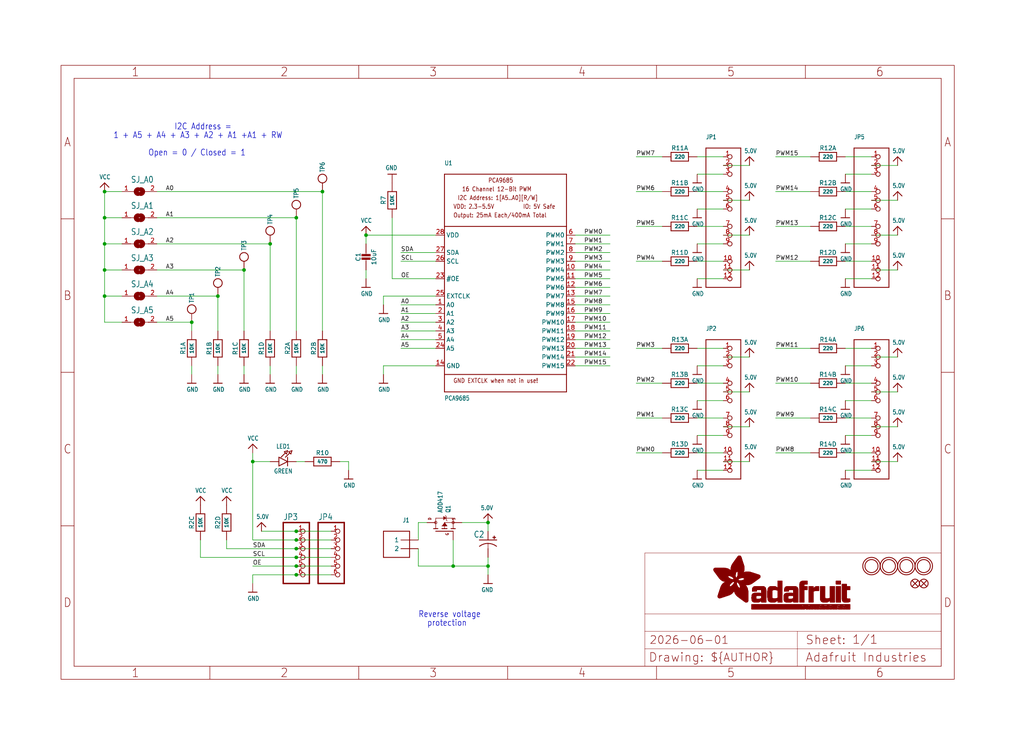
<source format=kicad_sch>
(kicad_sch (version 20231120) (generator "eeschema") (generator_version "8.0")
  (paper "User" 298.45 217.322)
  (lib_symbols
    (symbol "Adafruit9685_lib:5.0V" (power)
      (symbol "5.0V_1_0"
        (pin power_in line (at 0 -2.54 90) (length 2.54) (name "5.0V") (number "1"))
      )
    )
    (symbol "Adafruit9685_lib:CAP_CERAMIC0805-NOOUTLINE"
      (property "Reference" "C" (at -2.29 1.25 90))
      (symbol "CAP_CERAMIC0805-NOOUTLINE_1_0"
        (pin passive line (at 0 5.08 270) (length 2.54) (name "1") (number "1"))
        (pin passive line (at 0 -2.54 90) (length 2.54) (name "2") (number "2"))
      )
    )
    (symbol "Adafruit9685_lib:CPOL-USE3.5-8"
      (property "Reference" "C" (at 1.016 0.635 0))
      (symbol "CPOL-USE3.5-8_1_0"
        (pin passive line (at 0 2.54 270) (length 2.54) (name "+") (number "+"))
        (pin passive line (at 0 -5.08 90) (length 2.54) (name "-") (number "-"))
      )
    )
    (symbol "Adafruit9685_lib:FIDUCIAL{dblquote}{dblquote}")
    (symbol "Adafruit9685_lib:FRAME_A4_ADAFRUIT"
      (symbol "FRAME_A4_ADAFRUIT_1_0"
        (text "${#}/${##}" (at 230.505 10.16 0) (effects (font (size 2.54 2.54)) (justify left bottom)))
        (text "${AUTHOR}" (at 189.23 5.08 0) (effects (font (size 2.286 2.286)) (justify left bottom)))
        (text "${CURRENT_DATE}" (at 171.45 10.16 0) (effects (font (size 2.286 2.286)) (justify left bottom)))
        (text "${PROJECTNAME}" (at 171.45 15.24 0) (effects (font (size 2.54 2.54)) (justify left bottom)))
        (text "1" (at 21.6958 1.905 0) (effects (font (size 2.54 2.286))))
        (text "1" (at 21.6958 177.165 0) (effects (font (size 2.54 2.286))))
        (text "2" (at 65.0875 1.905 0) (effects (font (size 2.54 2.286))))
        (text "2" (at 65.0875 177.165 0) (effects (font (size 2.54 2.286))))
        (text "3" (at 108.4792 1.905 0) (effects (font (size 2.54 2.286))))
        (text "3" (at 108.4792 177.165 0) (effects (font (size 2.54 2.286))))
        (text "4" (at 151.8708 1.905 0) (effects (font (size 2.54 2.286))))
        (text "4" (at 151.8708 177.165 0) (effects (font (size 2.54 2.286))))
        (text "5" (at 195.2625 1.905 0) (effects (font (size 2.54 2.286))))
        (text "5" (at 195.2625 177.165 0) (effects (font (size 2.54 2.286))))
        (text "6" (at 238.6542 1.905 0) (effects (font (size 2.54 2.286))))
        (text "6" (at 238.6542 177.165 0) (effects (font (size 2.54 2.286))))
        (text "A" (at 1.905 156.6863 0) (effects (font (size 2.54 2.286))))
        (text "A" (at 258.445 156.6863 0) (effects (font (size 2.54 2.286))))
        (text "Adafruit Industries" (at 216.916 4.953 0) (effects (font (size 2.54 2.54)) (justify left bottom)))
        (text "B" (at 1.905 111.9188 0) (effects (font (size 2.54 2.286))))
        (text "B" (at 258.445 111.9188 0) (effects (font (size 2.54 2.286))))
        (text "C" (at 1.905 67.1513 0) (effects (font (size 2.54 2.286))))
        (text "C" (at 258.445 67.1513 0) (effects (font (size 2.54 2.286))))
        (text "D" (at 1.905 22.3838 0) (effects (font (size 2.54 2.286))))
        (text "D" (at 258.445 22.3838 0) (effects (font (size 2.54 2.286))))
        (text "Drawing:" (at 171.196 4.953 0) (effects (font (size 2.54 2.54)) (justify left bottom)))
        (text "Sheet:" (at 216.916 10.033 0) (effects (font (size 2.54 2.54)) (justify left bottom)))
      )
    )
    (symbol "Adafruit9685_lib:GND" (power)
      (symbol "GND_1_0"
        (pin power_in line (at 0 2.54 270) (length 2.54) (name "GND") (number "1"))
      )
    )
    (symbol "Adafruit9685_lib:HEADER-3X04"
      (property "Reference" "JP" (at -5.08 22.86 0))
      (symbol "HEADER-3X04_1_0"
        (pin passive inverted (at 0 17.78 0) (length 2.54) (name "1") (number "1"))
        (pin passive inverted (at 0 -12.7 0) (length 2.54) (name "10") (number "10"))
        (pin passive inverted (at 0 -15.24 0) (length 2.54) (name "11") (number "11"))
        (pin passive inverted (at 0 -17.78 0) (length 2.54) (name "12") (number "12"))
        (pin passive inverted (at 0 15.24 0) (length 2.54) (name "2") (number "2"))
        (pin passive inverted (at 0 12.7 0) (length 2.54) (name "3") (number "3"))
        (pin passive inverted (at 0 7.62 0) (length 2.54) (name "4") (number "4"))
        (pin passive inverted (at 0 5.08 0) (length 2.54) (name "5") (number "5"))
        (pin passive inverted (at 0 2.54 0) (length 2.54) (name "6") (number "6"))
        (pin passive inverted (at 0 -2.54 0) (length 2.54) (name "7") (number "7"))
        (pin passive inverted (at 0 -5.08 0) (length 2.54) (name "8") (number "8"))
        (pin passive inverted (at 0 -7.62 0) (length 2.54) (name "9") (number "9"))
      )
    )
    (symbol "Adafruit9685_lib:LED0805_NOOUTLINE"
      (property "Reference" "D" (at -1.27 4.445 0))
      (symbol "LED0805_NOOUTLINE_1_0"
        (pin passive line (at -5.08 0 0) (length 2.54) (name "A") (number "A"))
        (pin passive line (at 2.54 0 180) (length 2.54) (name "C") (number "C"))
      )
    )
    (symbol "Adafruit9685_lib:MOSFET-PTO252"
      (property "Reference" "Q" (at 2.794 0.381 0))
      (symbol "MOSFET-PTO252_1_0"
        (text "D" (at 0.635 -3.81 0) (effects (font (size 0.8128 0.6908)) (justify left bottom)))
        (text "G" (at -3.81 1.27 0) (effects (font (size 0.8128 0.6908)) (justify left bottom)))
        (text "S" (at 0.635 3.175 0) (effects (font (size 0.8128 0.6908)) (justify left bottom)))
        (pin passive line (at -5.08 2.54 0) (length 2.54) (name "G") (number "1"))
        (pin passive line (at 0 5.08 270) (length 2.54) (name "S") (number "2"))
        (pin passive line (at 0 -5.08 90) (length 2.54) (name "D") (number "3"))
      )
    )
    (symbol "Adafruit9685_lib:MOUNTINGHOLE2.5")
    (symbol "Adafruit9685_lib:PCA9685"
      (property "Reference" "U" (at -17.78 35.56 0))
      (symbol "PCA9685_1_0"
        (text "16 Channel 12-Bit PWM" (at -12.7 27.94 0) (effects (font (size 1.27 1.0795)) (justify left bottom)))
        (text "GND EXTCLK when not in use!" (at -15.24 -27.94 0) (effects (font (size 1.27 1.0795)) (justify left bottom)))
        (text "I2C Address: 1[A5..A0][R/W]" (at -13.97 25.4 0) (effects (font (size 1.27 1.0795)) (justify left bottom)))
        (text "IO: 5V Safe" (at 5.08 22.86 0) (effects (font (size 1.27 1.0795)) (justify left bottom)))
        (text "Output: 25mA Each/400mA Total" (at -15.24 20.32 0) (effects (font (size 1.27 1.0795)) (justify left bottom)))
        (text "PCA9685" (at -5.08 30.48 0) (effects (font (size 1.27 1.0795)) (justify left bottom)))
        (text "VDD: 2.3-5.5V" (at -15.24 22.86 0) (effects (font (size 1.27 1.0795)) (justify left bottom)))
        (pin bidirectional line (at -20.32 -5.08 0) (length 2.54) (name "A0") (number "1"))
        (pin output line (at 20.32 5.08 180) (length 2.54) (name "PWM4") (number "10"))
        (pin output line (at 20.32 2.54 180) (length 2.54) (name "PWM5") (number "11"))
        (pin output line (at 20.32 0 180) (length 2.54) (name "PWM6") (number "12"))
        (pin output line (at 20.32 -2.54 180) (length 2.54) (name "PWM7") (number "13"))
        (pin power_in line (at -20.32 -22.86 0) (length 2.54) (name "GND") (number "14"))
        (pin output line (at 20.32 -5.08 180) (length 2.54) (name "PWM8") (number "15"))
        (pin output line (at 20.32 -7.62 180) (length 2.54) (name "PWM9") (number "16"))
        (pin output line (at 20.32 -10.16 180) (length 2.54) (name "PWM10") (number "17"))
        (pin output line (at 20.32 -12.7 180) (length 2.54) (name "PWM11") (number "18"))
        (pin output line (at 20.32 -15.24 180) (length 2.54) (name "PWM12") (number "19"))
        (pin bidirectional line (at -20.32 -7.62 0) (length 2.54) (name "A1") (number "2"))
        (pin output line (at 20.32 -17.78 180) (length 2.54) (name "PWM13") (number "20"))
        (pin output line (at 20.32 -20.32 180) (length 2.54) (name "PWM14") (number "21"))
        (pin output line (at 20.32 -22.86 180) (length 2.54) (name "PWM15") (number "22"))
        (pin input line (at -20.32 2.54 0) (length 2.54) (name "#OE") (number "23"))
        (pin bidirectional line (at -20.32 -17.78 0) (length 2.54) (name "A5") (number "24"))
        (pin input line (at -20.32 -2.54 0) (length 2.54) (name "EXTCLK") (number "25"))
        (pin bidirectional line (at -20.32 7.62 0) (length 2.54) (name "SCL") (number "26"))
        (pin bidirectional line (at -20.32 10.16 0) (length 2.54) (name "SDA") (number "27"))
        (pin power_in line (at -20.32 15.24 0) (length 2.54) (name "VDD") (number "28"))
        (pin bidirectional line (at -20.32 -10.16 0) (length 2.54) (name "A2") (number "3"))
        (pin bidirectional line (at -20.32 -12.7 0) (length 2.54) (name "A3") (number "4"))
        (pin bidirectional line (at -20.32 -15.24 0) (length 2.54) (name "A4") (number "5"))
        (pin output line (at 20.32 15.24 180) (length 2.54) (name "PWM0") (number "6"))
        (pin output line (at 20.32 12.7 180) (length 2.54) (name "PWM1") (number "7"))
        (pin output line (at 20.32 10.16 180) (length 2.54) (name "PWM2") (number "8"))
        (pin output line (at 20.32 7.62 180) (length 2.54) (name "PWM3") (number "9"))
      )
    )
    (symbol "Adafruit9685_lib:PINHD-1X6CB"
      (property "Reference" "JP" (at -6.35 10.795 0))
      (symbol "PINHD-1X6CB_1_0"
        (pin passive inverted (at -2.54 7.62 0) (length 2.54) (name "1") (number "1"))
        (pin passive inverted (at -2.54 5.08 0) (length 2.54) (name "2") (number "2"))
        (pin passive inverted (at -2.54 2.54 0) (length 2.54) (name "3") (number "3"))
        (pin passive inverted (at -2.54 0 0) (length 2.54) (name "4") (number "4"))
        (pin passive inverted (at -2.54 -2.54 0) (length 2.54) (name "5") (number "5"))
        (pin passive inverted (at -2.54 -5.08 0) (length 2.54) (name "6") (number "6"))
      )
    )
    (symbol "Adafruit9685_lib:RESISTOR0805_NOOUTLINE"
      (property "Reference" "R" (at 0 2.54 0))
      (symbol "RESISTOR0805_NOOUTLINE_1_0"
        (pin passive line (at -5.08 0 0) (length 2.54) (name "1") (number "1"))
        (pin passive line (at 5.08 0 180) (length 2.54) (name "2") (number "2"))
      )
    )
    (symbol "Adafruit9685_lib:RESISTOR_0805MP"
      (property "Reference" "R" (at 0 2.54 0))
      (symbol "RESISTOR_0805MP_1_0"
        (pin passive line (at -5.08 0 0) (length 2.54) (name "1") (number "1"))
        (pin passive line (at 5.08 0 180) (length 2.54) (name "2") (number "2"))
      )
    )
    (symbol "Adafruit9685_lib:RESISTOR_4PACK"
      (property "Reference" "R" (at 0 2.54 0))
      (symbol "RESISTOR_4PACK_1_0"
        (pin passive line (at -5.08 0 0) (length 2.54) (name "1") (number "1"))
        (pin passive line (at 5.08 0 180) (length 2.54) (name "2") (number "8"))
      )
      (symbol "RESISTOR_4PACK_2_0"
        (pin passive line (at -5.08 0 0) (length 2.54) (name "1") (number "2"))
        (pin passive line (at 5.08 0 180) (length 2.54) (name "2") (number "7"))
      )
      (symbol "RESISTOR_4PACK_3_0"
        (pin passive line (at -5.08 0 0) (length 2.54) (name "1") (number "3"))
        (pin passive line (at 5.08 0 180) (length 2.54) (name "2") (number "6"))
      )
      (symbol "RESISTOR_4PACK_4_0"
        (pin passive line (at -5.08 0 0) (length 2.54) (name "1") (number "4"))
        (pin passive line (at 5.08 0 180) (length 2.54) (name "2") (number "5"))
      )
    )
    (symbol "Adafruit9685_lib:SOLDERJUMPERREFLOW_NOPASTE"
      (property "Reference" "SJ" (at -2.54 2.54 0))
      (symbol "SOLDERJUMPERREFLOW_NOPASTE_1_0"
        (pin passive line (at -5.08 0 0) (length 2.54) (name "1") (number "1"))
        (pin passive line (at 5.08 0 180) (length 2.54) (name "2") (number "2"))
      )
    )
    (symbol "Adafruit9685_lib:TERMBLOCK_1X2"
      (property "Reference" "X" (at -2.54 7.62 0))
      (symbol "TERMBLOCK_1X2_1_0"
        (pin passive line (at -5.08 2.54 0) (length 5.08) (name "1") (number "1"))
        (pin passive line (at -5.08 0 0) (length 5.08) (name "2") (number "2"))
      )
    )
    (symbol "Adafruit9685_lib:TESTPOINTROUND1MM"
      (property "Reference" "TP" (at 0 5.588 90))
      (symbol "TESTPOINTROUND1MM_1_0"
        (pin bidirectional line (at 0 0 90) (length 2.54) (name "P$1") (number "P$1"))
      )
    )
    (symbol "Adafruit9685_lib:VCC" (power)
      (symbol "VCC_1_0"
        (pin power_in line (at 0 -2.54 90) (length 2.54) (name "VCC") (number "1"))
      )
    )
  )
  (junction (at 55.88 93.98))
  (junction (at 73.66 134.62))
  (junction (at 86.36 162.56))
  (junction (at 93.98 55.88))
  (junction (at 30.48 78.74))
  (junction (at 86.36 165.1))
  (junction (at 86.36 167.64))
  (junction (at 142.24 152.4))
  (junction (at 30.48 55.88))
  (junction (at 106.68 68.58))
  (junction (at 30.48 86.36))
  (junction (at 142.24 165.1))
  (junction (at 132.08 165.1))
  (junction (at 78.74 71.12))
  (junction (at 30.48 63.5))
  (junction (at 30.48 71.12))
  (junction (at 63.5 86.36))
  (junction (at 86.36 160.02))
  (junction (at 71.12 78.74))
  (junction (at 86.36 157.48))
  (junction (at 86.36 63.5))
  (junction (at 86.36 154.94))
  (wire (pts (xy 45.72 55.88) (xy 93.98 55.88)) (stroke (width 0.1524)))
  (wire (pts (xy 246.38 55.88) (xy 254 55.88)) (stroke (width 0.1524)))
  (wire (pts (xy 210.82 137.16) (xy 203.2 137.16)) (stroke (width 0.1524)))
  (wire (pts (xy 66.04 160.02) (xy 66.04 157.48)) (stroke (width 0.1524)))
  (wire (pts (xy 63.5 86.36) (xy 63.5 96.52)) (stroke (width 0.1524)))
  (wire (pts (xy 203.2 76.2) (xy 210.82 76.2)) (stroke (width 0.1524)))
  (wire (pts (xy 246.38 66.04) (xy 254 66.04)) (stroke (width 0.1524)))
  (wire (pts (xy 142.24 165.1) (xy 132.08 165.1)) (stroke (width 0.1524)))
  (wire (pts (xy 167.64 78.74) (xy 177.8 78.74)) (stroke (width 0.1524)))
  (wire (pts (xy 167.64 86.36) (xy 177.8 86.36)) (stroke (width 0.1524)))
  (wire (pts (xy 236.22 101.6) (xy 226.06 101.6)) (stroke (width 0.1524)))
  (wire (pts (xy 78.74 106.68) (xy 78.74 109.22)) (stroke (width 0.1524)))
  (wire (pts (xy 71.12 78.74) (xy 71.12 96.52)) (stroke (width 0.1524)))
  (wire (pts (xy 203.2 55.88) (xy 210.82 55.88)) (stroke (width 0.1524)))
  (wire (pts (xy 86.36 106.68) (xy 86.36 109.22)) (stroke (width 0.1524)))
  (wire (pts (xy 45.72 63.5) (xy 86.36 63.5)) (stroke (width 0.1524)))
  (wire (pts (xy 246.38 132.08) (xy 254 132.08)) (stroke (width 0.1524)))
  (wire (pts (xy 86.36 160.02) (xy 66.04 160.02)) (stroke (width 0.1524)))
  (wire (pts (xy 93.98 55.88) (xy 93.98 96.52)) (stroke (width 0.1524)))
  (wire (pts (xy 203.2 66.04) (xy 210.82 66.04)) (stroke (width 0.1524)))
  (wire (pts (xy 254 127) (xy 246.38 127)) (stroke (width 0.1524)))
  (wire (pts (xy 132.08 165.1) (xy 121.92 165.1)) (stroke (width 0.1524)))
  (wire (pts (xy 124.46 152.4) (xy 121.92 152.4)) (stroke (width 0.1524)))
  (wire (pts (xy 35.56 63.5) (xy 30.48 63.5)) (stroke (width 0.1524)))
  (wire (pts (xy 35.56 71.12) (xy 30.48 71.12)) (stroke (width 0.1524)))
  (wire (pts (xy 167.64 81.28) (xy 177.8 81.28)) (stroke (width 0.1524)))
  (wire (pts (xy 193.04 132.08) (xy 185.42 132.08)) (stroke (width 0.1524)))
  (wire (pts (xy 101.6 134.62) (xy 101.6 137.16)) (stroke (width 0.1524)))
  (wire (pts (xy 71.12 106.68) (xy 71.12 109.22)) (stroke (width 0.1524)))
  (wire (pts (xy 210.82 134.62) (xy 218.44 134.62)) (stroke (width 0.1524)))
  (wire (pts (xy 30.48 93.98) (xy 30.48 86.36)) (stroke (width 0.1524)))
  (wire (pts (xy 210.82 104.14) (xy 218.44 104.14)) (stroke (width 0.1524)))
  (wire (pts (xy 167.64 73.66) (xy 177.8 73.66)) (stroke (width 0.1524)))
  (wire (pts (xy 167.64 106.68) (xy 177.8 106.68)) (stroke (width 0.1524)))
  (wire (pts (xy 106.68 68.58) (xy 106.68 71.12)) (stroke (width 0.1524)))
  (wire (pts (xy 45.72 93.98) (xy 55.88 93.98)) (stroke (width 0.1524)))
  (wire (pts (xy 167.64 91.44) (xy 177.8 91.44)) (stroke (width 0.1524)))
  (wire (pts (xy 86.36 162.56) (xy 58.42 162.56)) (stroke (width 0.1524)))
  (wire (pts (xy 55.88 93.98) (xy 55.88 96.52)) (stroke (width 0.1524)))
  (wire (pts (xy 58.42 162.56) (xy 58.42 157.48)) (stroke (width 0.1524)))
  (wire (pts (xy 93.98 106.68) (xy 93.98 109.22)) (stroke (width 0.1524)))
  (wire (pts (xy 73.66 134.62) (xy 73.66 132.08)) (stroke (width 0.1524)))
  (wire (pts (xy 35.56 93.98) (xy 30.48 93.98)) (stroke (width 0.1524)))
  (wire (pts (xy 210.82 50.8) (xy 203.2 50.8)) (stroke (width 0.1524)))
  (wire (pts (xy 127 93.98) (xy 116.84 93.98)) (stroke (width 0.1524)))
  (wire (pts (xy 236.22 76.2) (xy 226.06 76.2)) (stroke (width 0.1524)))
  (wire (pts (xy 254 48.26) (xy 261.62 48.26)) (stroke (width 0.1524)))
  (wire (pts (xy 193.04 66.04) (xy 185.42 66.04)) (stroke (width 0.1524)))
  (wire (pts (xy 203.2 132.08) (xy 210.82 132.08)) (stroke (width 0.1524)))
  (wire (pts (xy 210.82 106.68) (xy 203.2 106.68)) (stroke (width 0.1524)))
  (wire (pts (xy 30.48 86.36) (xy 30.48 78.74)) (stroke (width 0.1524)))
  (wire (pts (xy 210.82 68.58) (xy 218.44 68.58)) (stroke (width 0.1524)))
  (wire (pts (xy 236.22 132.08) (xy 226.06 132.08)) (stroke (width 0.1524)))
  (wire (pts (xy 254 106.68) (xy 246.38 106.68)) (stroke (width 0.1524)))
  (wire (pts (xy 127 96.52) (xy 116.84 96.52)) (stroke (width 0.1524)))
  (wire (pts (xy 30.48 78.74) (xy 30.48 71.12)) (stroke (width 0.1524)))
  (wire (pts (xy 127 91.44) (xy 116.84 91.44)) (stroke (width 0.1524)))
  (wire (pts (xy 254 68.58) (xy 261.62 68.58)) (stroke (width 0.1524)))
  (wire (pts (xy 210.82 48.26) (xy 218.44 48.26)) (stroke (width 0.1524)))
  (wire (pts (xy 203.2 101.6) (xy 210.82 101.6)) (stroke (width 0.1524)))
  (wire (pts (xy 142.24 165.1) (xy 142.24 167.64)) (stroke (width 0.1524)))
  (wire (pts (xy 236.22 111.76) (xy 226.06 111.76)) (stroke (width 0.1524)))
  (wire (pts (xy 254 114.3) (xy 261.62 114.3)) (stroke (width 0.1524)))
  (wire (pts (xy 254 58.42) (xy 261.62 58.42)) (stroke (width 0.1524)))
  (wire (pts (xy 236.22 55.88) (xy 226.06 55.88)) (stroke (width 0.1524)))
  (wire (pts (xy 106.68 68.58) (xy 127 68.58)) (stroke (width 0.1524)))
  (wire (pts (xy 35.56 86.36) (xy 30.48 86.36)) (stroke (width 0.1524)))
  (wire (pts (xy 96.52 160.02) (xy 86.36 160.02)) (stroke (width 0.1524)))
  (wire (pts (xy 210.82 81.28) (xy 203.2 81.28)) (stroke (width 0.1524)))
  (wire (pts (xy 246.38 111.76) (xy 254 111.76)) (stroke (width 0.1524)))
  (wire (pts (xy 246.38 121.92) (xy 254 121.92)) (stroke (width 0.1524)))
  (wire (pts (xy 96.52 157.48) (xy 86.36 157.48)) (stroke (width 0.1524)))
  (wire (pts (xy 86.36 154.94) (xy 96.52 154.94)) (stroke (width 0.1524)))
  (wire (pts (xy 99.06 134.62) (xy 101.6 134.62)) (stroke (width 0.1524)))
  (wire (pts (xy 127 106.68) (xy 111.76 106.68)) (stroke (width 0.1524)))
  (wire (pts (xy 254 50.8) (xy 246.38 50.8)) (stroke (width 0.1524)))
  (wire (pts (xy 73.66 157.48) (xy 73.66 134.62)) (stroke (width 0.1524)))
  (wire (pts (xy 210.82 127) (xy 203.2 127)) (stroke (width 0.1524)))
  (wire (pts (xy 96.52 167.64) (xy 86.36 167.64)) (stroke (width 0.1524)))
  (wire (pts (xy 55.88 106.68) (xy 55.88 109.22)) (stroke (width 0.1524)))
  (wire (pts (xy 106.68 78.74) (xy 106.68 81.28)) (stroke (width 0.1524)))
  (wire (pts (xy 45.72 86.36) (xy 63.5 86.36)) (stroke (width 0.1524)))
  (wire (pts (xy 210.82 114.3) (xy 218.44 114.3)) (stroke (width 0.1524)))
  (wire (pts (xy 86.36 134.62) (xy 88.9 134.62)) (stroke (width 0.1524)))
  (wire (pts (xy 114.3 81.28) (xy 114.3 63.5)) (stroke (width 0.1524)))
  (wire (pts (xy 236.22 45.72) (xy 226.06 45.72)) (stroke (width 0.1524)))
  (wire (pts (xy 254 134.62) (xy 261.62 134.62)) (stroke (width 0.1524)))
  (wire (pts (xy 167.64 88.9) (xy 177.8 88.9)) (stroke (width 0.1524)))
  (wire (pts (xy 111.76 106.68) (xy 111.76 109.22)) (stroke (width 0.1524)))
  (wire (pts (xy 167.64 96.52) (xy 177.8 96.52)) (stroke (width 0.1524)))
  (wire (pts (xy 210.82 116.84) (xy 203.2 116.84)) (stroke (width 0.1524)))
  (wire (pts (xy 254 116.84) (xy 246.38 116.84)) (stroke (width 0.1524)))
  (wire (pts (xy 254 104.14) (xy 261.62 104.14)) (stroke (width 0.1524)))
  (wire (pts (xy 210.82 71.12) (xy 203.2 71.12)) (stroke (width 0.1524)))
  (wire (pts (xy 167.64 93.98) (xy 177.8 93.98)) (stroke (width 0.1524)))
  (wire (pts (xy 127 73.66) (xy 116.84 73.66)) (stroke (width 0.1524)))
  (wire (pts (xy 193.04 101.6) (xy 185.42 101.6)) (stroke (width 0.1524)))
  (wire (pts (xy 210.82 124.46) (xy 218.44 124.46)) (stroke (width 0.1524)))
  (wire (pts (xy 254 124.46) (xy 261.62 124.46)) (stroke (width 0.1524)))
  (wire (pts (xy 167.64 71.12) (xy 177.8 71.12)) (stroke (width 0.1524)))
  (wire (pts (xy 78.74 71.12) (xy 78.74 96.52)) (stroke (width 0.1524)))
  (wire (pts (xy 30.48 63.5) (xy 30.48 55.88)) (stroke (width 0.1524)))
  (wire (pts (xy 142.24 162.56) (xy 142.24 165.1)) (stroke (width 0.1524)))
  (wire (pts (xy 127 99.06) (xy 116.84 99.06)) (stroke (width 0.1524)))
  (wire (pts (xy 127 81.28) (xy 114.3 81.28)) (stroke (width 0.1524)))
  (wire (pts (xy 167.64 76.2) (xy 177.8 76.2)) (stroke (width 0.1524)))
  (wire (pts (xy 246.38 101.6) (xy 254 101.6)) (stroke (width 0.1524)))
  (wire (pts (xy 193.04 45.72) (xy 185.42 45.72)) (stroke (width 0.1524)))
  (wire (pts (xy 76.2 154.94) (xy 86.36 154.94)) (stroke (width 0.1524)))
  (wire (pts (xy 167.64 101.6) (xy 177.8 101.6)) (stroke (width 0.1524)))
  (wire (pts (xy 121.92 152.4) (xy 121.92 157.48)) (stroke (width 0.1524)))
  (wire (pts (xy 254 81.28) (xy 246.38 81.28)) (stroke (width 0.1524)))
  (wire (pts (xy 167.64 83.82) (xy 177.8 83.82)) (stroke (width 0.1524)))
  (wire (pts (xy 185.42 55.88) (xy 193.04 55.88)) (stroke (width 0.1524)))
  (wire (pts (xy 35.56 78.74) (xy 30.48 78.74)) (stroke (width 0.1524)))
  (wire (pts (xy 193.04 76.2) (xy 185.42 76.2)) (stroke (width 0.1524)))
  (wire (pts (xy 96.52 165.1) (xy 86.36 165.1)) (stroke (width 0.1524)))
  (wire (pts (xy 193.04 111.76) (xy 185.42 111.76)) (stroke (width 0.1524)))
  (wire (pts (xy 96.52 162.56) (xy 86.36 162.56)) (stroke (width 0.1524)))
  (wire (pts (xy 236.22 121.92) (xy 226.06 121.92)) (stroke (width 0.1524)))
  (wire (pts (xy 254 78.74) (xy 261.62 78.74)) (stroke (width 0.1524)))
  (wire (pts (xy 132.08 157.48) (xy 132.08 165.1)) (stroke (width 0.1524)))
  (wire (pts (xy 254 137.16) (xy 246.38 137.16)) (stroke (width 0.1524)))
  (wire (pts (xy 210.82 58.42) (xy 218.44 58.42)) (stroke (width 0.1524)))
  (wire (pts (xy 254 60.96) (xy 246.38 60.96)) (stroke (width 0.1524)))
  (wire (pts (xy 86.36 63.5) (xy 86.36 96.52)) (stroke (width 0.1524)))
  (wire (pts (xy 142.24 152.4) (xy 142.24 154.94)) (stroke (width 0.1524)))
  (wire (pts (xy 63.5 106.68) (xy 63.5 109.22)) (stroke (width 0.1524)))
  (wire (pts (xy 73.66 134.62) (xy 78.74 134.62)) (stroke (width 0.1524)))
  (wire (pts (xy 246.38 76.2) (xy 254 76.2)) (stroke (width 0.1524)))
  (wire (pts (xy 167.64 99.06) (xy 177.8 99.06)) (stroke (width 0.1524)))
  (wire (pts (xy 121.92 165.1) (xy 121.92 160.02)) (stroke (width 0.1524)))
  (wire (pts (xy 30.48 71.12) (xy 30.48 63.5)) (stroke (width 0.1524)))
  (wire (pts (xy 73.66 167.64) (xy 73.66 170.18)) (stroke (width 0.1524)))
  (wire (pts (xy 167.64 68.58) (xy 177.8 68.58)) (stroke (width 0.1524)))
  (wire (pts (xy 203.2 45.72) (xy 210.82 45.72)) (stroke (width 0.1524)))
  (wire (pts (xy 127 86.36) (xy 111.76 86.36)) (stroke (width 0.1524)))
  (wire (pts (xy 167.64 104.14) (xy 177.8 104.14)) (stroke (width 0.1524)))
  (wire (pts (xy 193.04 121.92) (xy 185.42 121.92)) (stroke (width 0.1524)))
  (wire (pts (xy 127 101.6) (xy 116.84 101.6)) (stroke (width 0.1524)))
  (wire (pts (xy 246.38 45.72) (xy 254 45.72)) (stroke (width 0.1524)))
  (wire (pts (xy 203.2 121.92) (xy 210.82 121.92)) (stroke (width 0.1524)))
  (wire (pts (xy 236.22 66.04) (xy 226.06 66.04)) (stroke (width 0.1524)))
  (wire (pts (xy 35.56 55.88) (xy 30.48 55.88)) (stroke (width 0.1524)))
  (wire (pts (xy 45.72 71.12) (xy 78.74 71.12)) (stroke (width 0.1524)))
  (wire (pts (xy 127 76.2) (xy 116.84 76.2)) (stroke (width 0.1524)))
  (wire (pts (xy 210.82 60.96) (xy 203.2 60.96)) (stroke (width 0.1524)))
  (wire (pts (xy 127 88.9) (xy 116.84 88.9)) (stroke (width 0.1524)))
  (wire (pts (xy 86.36 167.64) (xy 73.66 167.64)) (stroke (width 0.1524)))
  (wire (pts (xy 86.36 165.1) (xy 73.66 165.1)) (stroke (width 0.1524)))
  (wire (pts (xy 210.82 78.74) (xy 218.44 78.74)) (stroke (width 0.1524)))
  (wire (pts (xy 134.62 152.4) (xy 142.24 152.4)) (stroke (width 0.1524)))
  (wire (pts (xy 111.76 86.36) (xy 111.76 88.9)) (stroke (width 0.1524)))
  (wire (pts (xy 86.36 157.48) (xy 73.66 157.48)) (stroke (width 0.1524)))
  (wire (pts (xy 45.72 78.74) (xy 71.12 78.74)) (stroke (width 0.1524)))
  (wire (pts (xy 254 71.12) (xy 246.38 71.12)) (stroke (width 0.1524)))
  (wire (pts (xy 203.2 111.76) (xy 210.82 111.76)) (stroke (width 0.1524)))
  (text "protection" (at 124.46 182.88 0) (effects (font (size 1.778 1.5113)) (justify left bottom)))
  (text "Reverse voltage" (at 121.92 180.34 0) (effects (font (size 1.778 1.5113)) (justify left bottom)))
  (text "I2C Address =" (at 50.8 38.1 0) (effects (font (size 1.778 1.5113)) (justify left bottom)))
  (text "Open = 0 / Closed = 1" (at 43.18 45.72 0) (effects (font (size 1.778 1.5113)) (justify left bottom)))
  (text "1 + A5 + A4 + A3 + A2 + A1 +A1 + RW" (at 33.02 40.64 0) (effects (font (size 1.778 1.5113)) (justify left bottom)))
  (label "A0" (at 48.26 55.88 0) (effects (font (size 1.2446 1.2446))))
  (label "PWM9" (at 170.18 91.44 0) (effects (font (size 1.2446 1.2446))))
  (label "A5" (at 48.26 93.98 0) (effects (font (size 1.2446 1.2446))))
  (label "SDA" (at 73.66 160.02 0) (effects (font (size 1.2446 1.2446))))
  (label "PWM10" (at 226.06 111.76 0) (effects (font (size 1.2446 1.2446))))
  (label "PWM6" (at 170.18 83.82 0) (effects (font (size 1.2446 1.2446))))
  (label "PWM9" (at 226.06 121.92 0) (effects (font (size 1.2446 1.2446))))
  (label "PWM13" (at 226.06 66.04 0) (effects (font (size 1.2446 1.2446))))
  (label "PWM10" (at 170.18 93.98 0) (effects (font (size 1.2446 1.2446))))
  (label "A1" (at 116.84 91.44 0) (effects (font (size 1.2446 1.2446))))
  (label "PWM7" (at 170.18 86.36 0) (effects (font (size 1.2446 1.2446))))
  (label "PWM5" (at 170.18 81.28 0) (effects (font (size 1.2446 1.2446))))
  (label "A1" (at 48.26 63.5 0) (effects (font (size 1.2446 1.2446))))
  (label "A2" (at 116.84 93.98 0) (effects (font (size 1.2446 1.2446))))
  (label "PWM8" (at 226.06 132.08 0) (effects (font (size 1.2446 1.2446))))
  (label "PWM3" (at 170.18 76.2 0) (effects (font (size 1.2446 1.2446))))
  (label "SDA" (at 116.84 73.66 0) (effects (font (size 1.2446 1.2446))))
  (label "PWM11" (at 226.06 101.6 0) (effects (font (size 1.2446 1.2446))))
  (label "PWM6" (at 185.42 55.88 0) (effects (font (size 1.2446 1.2446))))
  (label "PWM3" (at 185.42 101.6 0) (effects (font (size 1.2446 1.2446))))
  (label "SCL" (at 116.84 76.2 0) (effects (font (size 1.2446 1.2446))))
  (label "PWM13" (at 170.18 101.6 0) (effects (font (size 1.2446 1.2446))))
  (label "PWM4" (at 185.42 76.2 0) (effects (font (size 1.2446 1.2446))))
  (label "PWM2" (at 185.42 111.76 0) (effects (font (size 1.2446 1.2446))))
  (label "PWM15" (at 170.18 106.68 0) (effects (font (size 1.2446 1.2446))))
  (label "PWM12" (at 226.06 76.2 0) (effects (font (size 1.2446 1.2446))))
  (label "PWM11" (at 170.18 96.52 0) (effects (font (size 1.2446 1.2446))))
  (label "PWM0" (at 185.42 132.08 0) (effects (font (size 1.2446 1.2446))))
  (label "PWM1" (at 170.18 71.12 0) (effects (font (size 1.2446 1.2446))))
  (label "A2" (at 48.26 71.12 0) (effects (font (size 1.2446 1.2446))))
  (label "PWM15" (at 226.06 45.72 0) (effects (font (size 1.2446 1.2446))))
  (label "OE" (at 116.84 81.28 0) (effects (font (size 1.2446 1.2446))))
  (label "A3" (at 116.84 96.52 0) (effects (font (size 1.2446 1.2446))))
  (label "PWM4" (at 170.18 78.74 0) (effects (font (size 1.2446 1.2446))))
  (label "A4" (at 116.84 99.06 0) (effects (font (size 1.2446 1.2446))))
  (label "OE" (at 73.66 165.1 0) (effects (font (size 1.2446 1.2446))))
  (label "PWM14" (at 226.06 55.88 0) (effects (font (size 1.2446 1.2446))))
  (label "A4" (at 48.26 86.36 0) (effects (font (size 1.2446 1.2446))))
  (label "PWM5" (at 185.42 66.04 0) (effects (font (size 1.2446 1.2446))))
  (label "PWM2" (at 170.18 73.66 0) (effects (font (size 1.2446 1.2446))))
  (label "PWM7" (at 185.42 45.72 0) (effects (font (size 1.2446 1.2446))))
  (label "PWM14" (at 170.18 104.14 0) (effects (font (size 1.2446 1.2446))))
  (label "A5" (at 116.84 101.6 0) (effects (font (size 1.2446 1.2446))))
  (label "PWM0" (at 170.18 68.58 0) (effects (font (size 1.2446 1.2446))))
  (label "PWM1" (at 185.42 121.92 0) (effects (font (size 1.2446 1.2446))))
  (label "A3" (at 48.26 78.74 0) (effects (font (size 1.2446 1.2446))))
  (label "A0" (at 116.84 88.9 0) (effects (font (size 1.2446 1.2446))))
  (label "SCL" (at 73.66 162.56 0) (effects (font (size 1.2446 1.2446))))
  (label "PWM8" (at 170.18 88.9 0) (effects (font (size 1.2446 1.2446))))
  (label "PWM12" (at 170.18 99.06 0) (effects (font (size 1.2446 1.2446))))
  (symbol (lib_id "Adafruit9685_lib:TESTPOINTROUND1MM") (at 93.98 55.88 0) (unit 1)
    (property "Reference" "TP6" (at 93.98 50.292 90) (effects (font (size 1.27 1.0795)) (justify left)))
    (property "Value" "TESTPOINTROUND1MM" (effects (hide yes)))
    (property "Footprint" "Adafruit PCA9685 rev C:TESTPOINT_ROUND_1MM" (effects (hide yes)))
  )
  (symbol (lib_id "Adafruit9685_lib:5.0V") (at 142.24 149.86 0) (mirror y) (unit 1)
    (property "Reference" "#U$045" (effects (hide yes)))
    (property "Value" "5.0V" (at 143.764 148.844 0) (effects (font (size 1.27 1.0795)) (justify left bottom)))
  )
  (symbol (lib_id "Adafruit9685_lib:RESISTOR_4PACK") (at 55.88 101.6 90) (unit 1)
    (property "Reference" "R1" (at 53.34 101.6 0))
    (property "Value" "10K" (at 55.88 101.6 0) (effects (font (size 1.016 1.016) (bold yes))))
    (property "Footprint" "Adafruit PCA9685 rev C:RESPACK_4X0603" (effects (hide yes)))
  )
  (symbol (lib_id "Adafruit9685_lib:RESISTOR_4PACK") (at 58.42 152.4 90) (unit 3)
    (property "Reference" "R2" (at 55.88 152.4 0))
    (property "Value" "10K" (at 58.42 152.4 0) (effects (font (size 1.016 1.016) (bold yes))))
    (property "Footprint" "Adafruit PCA9685 rev C:RESPACK_4X0603" (effects (hide yes)))
  )
  (symbol (lib_id "Adafruit9685_lib:HEADER-3X04") (at 254 63.5 0) (unit 1)
    (property "Reference" "JP5" (at 248.92 40.64 0) (effects (font (size 1.27 1.0795)) (justify left bottom)))
    (property "Value" "HEADER-3X04" (effects (hide yes)))
    (property "Footprint" "Adafruit PCA9685 rev C:3X04" (effects (hide yes)))
  )
  (symbol (lib_id "Adafruit9685_lib:GND") (at 93.98 111.76 0) (unit 1)
    (property "Reference" "#U$041" (effects (hide yes)))
    (property "Value" "GND" (at 92.456 114.3 0) (effects (font (size 1.27 1.0795)) (justify left bottom)))
  )
  (symbol (lib_id "Adafruit9685_lib:5.0V") (at 261.62 45.72 0) (unit 1)
    (property "Reference" "#U$010" (effects (hide yes)))
    (property "Value" "5.0V" (at 260.096 44.704 0) (effects (font (size 1.27 1.0795)) (justify left bottom)))
  )
  (symbol (lib_id "Adafruit9685_lib:5.0V") (at 218.44 66.04 0) (unit 1)
    (property "Reference" "#U$04" (effects (hide yes)))
    (property "Value" "5.0V" (at 216.916 65.024 0) (effects (font (size 1.27 1.0795)) (justify left bottom)))
  )
  (symbol (lib_id "Adafruit9685_lib:GND") (at 246.38 129.54 0) (unit 1)
    (property "Reference" "#U$025" (effects (hide yes)))
    (property "Value" "GND" (at 244.856 132.08 0) (effects (font (size 1.27 1.0795)) (justify left bottom)))
  )
  (symbol (lib_id "Adafruit9685_lib:MOUNTINGHOLE2.5") (at 254 165.1 0) (unit 1)
    (property "Reference" "U$50" (effects (hide yes)))
    (property "Value" "MOUNTINGHOLE2.5" (effects (hide yes)))
    (property "Footprint" "Adafruit PCA9685 rev C:MOUNTINGHOLE_2.5_PLATED" (effects (hide yes)))
  )
  (symbol (lib_id "Adafruit9685_lib:5.0V") (at 261.62 101.6 0) (unit 1)
    (property "Reference" "#U$014" (effects (hide yes)))
    (property "Value" "5.0V" (at 260.096 100.584 0) (effects (font (size 1.27 1.0795)) (justify left bottom)))
  )
  (symbol (lib_id "Adafruit9685_lib:GND") (at 203.2 63.5 0) (unit 1)
    (property "Reference" "#U$019" (effects (hide yes)))
    (property "Value" "GND" (at 201.676 66.04 0) (effects (font (size 1.27 1.0795)) (justify left bottom)))
  )
  (symbol (lib_id "Adafruit9685_lib:RESISTOR_4PACK") (at 66.04 152.4 90) (unit 4)
    (property "Reference" "R2" (at 63.5 152.4 0))
    (property "Value" "10K" (at 66.04 152.4 0) (effects (font (size 1.016 1.016) (bold yes))))
    (property "Footprint" "Adafruit PCA9685 rev C:RESPACK_4X0603" (effects (hide yes)))
  )
  (symbol (lib_id "Adafruit9685_lib:TERMBLOCK_1X2") (at 116.84 160.02 0) (mirror y) (unit 1)
    (property "Reference" "J1" (at 119.38 152.4 0) (effects (font (size 1.27 1.0795)) (justify left bottom)))
    (property "Value" "TERMBLOCK_1X2" (effects (hide yes)))
    (property "Footprint" "Adafruit PCA9685 rev C:TERMBLOCK_1X2-3.5MM" (effects (hide yes)))
  )
  (symbol (lib_id "Adafruit9685_lib:RESISTOR_4PACK") (at 241.3 76.2 0) (unit 4)
    (property "Reference" "R12" (at 241.3 73.66 0))
    (property "Value" "220" (at 241.3 76.2 0) (effects (font (size 1.016 1.016) (bold yes))))
    (property "Footprint" "Adafruit PCA9685 rev C:RESPACK_4X0603" (effects (hide yes)))
  )
  (symbol (lib_id "Adafruit9685_lib:SOLDERJUMPERREFLOW_NOPASTE") (at 40.64 63.5 0) (unit 1)
    (property "Reference" "SJ_A1" (at 38.1 60.96 0) (effects (font (size 1.778 1.5113)) (justify left bottom)))
    (property "Value" "SOLDERJUMPERREFLOW_NOPASTE" (effects (hide yes)))
    (property "Footprint" "Adafruit PCA9685 rev C:SOLDERJUMPER_REFLOW_NOPASTE" (effects (hide yes)))
  )
  (symbol (lib_id "Adafruit9685_lib:5.0V") (at 218.44 45.72 0) (unit 1)
    (property "Reference" "#U$02" (effects (hide yes)))
    (property "Value" "5.0V" (at 216.916 44.704 0) (effects (font (size 1.27 1.0795)) (justify left bottom)))
  )
  (symbol (lib_id "Adafruit9685_lib:5.0V") (at 218.44 121.92 0) (unit 1)
    (property "Reference" "#U$08" (effects (hide yes)))
    (property "Value" "5.0V" (at 216.916 120.904 0) (effects (font (size 1.27 1.0795)) (justify left bottom)))
  )
  (symbol (lib_id "Adafruit9685_lib:SOLDERJUMPERREFLOW_NOPASTE") (at 40.64 86.36 0) (unit 1)
    (property "Reference" "SJ_A4" (at 38.1 83.82 0) (effects (font (size 1.778 1.5113)) (justify left bottom)))
    (property "Value" "SOLDERJUMPERREFLOW_NOPASTE" (effects (hide yes)))
    (property "Footprint" "Adafruit PCA9685 rev C:SOLDERJUMPER_REFLOW_NOPASTE" (effects (hide yes)))
  )
  (symbol (lib_id "Adafruit9685_lib:RESISTOR_4PACK") (at 241.3 111.76 0) (unit 2)
    (property "Reference" "R14" (at 241.3 109.22 0))
    (property "Value" "220" (at 241.3 111.76 0) (effects (font (size 1.016 1.016) (bold yes))))
    (property "Footprint" "Adafruit PCA9685 rev C:RESPACK_4X0603" (effects (hide yes)))
  )
  (symbol (lib_id "Adafruit9685_lib:GND") (at 203.2 119.38 0) (unit 1)
    (property "Reference" "#U$023" (effects (hide yes)))
    (property "Value" "GND" (at 201.676 121.92 0) (effects (font (size 1.27 1.0795)) (justify left bottom)))
  )
  (symbol (lib_id "Adafruit9685_lib:RESISTOR_4PACK") (at 198.12 101.6 0) (unit 1)
    (property "Reference" "R13" (at 198.12 99.06 0))
    (property "Value" "220" (at 198.12 101.6 0) (effects (font (size 1.016 1.016) (bold yes))))
    (property "Footprint" "Adafruit PCA9685 rev C:RESPACK_4X0603" (effects (hide yes)))
  )
  (symbol (lib_id "Adafruit9685_lib:RESISTOR_4PACK") (at 198.12 76.2 0) (unit 4)
    (property "Reference" "R11" (at 198.12 73.66 0))
    (property "Value" "220" (at 198.12 76.2 0) (effects (font (size 1.016 1.016) (bold yes))))
    (property "Footprint" "Adafruit PCA9685 rev C:RESPACK_4X0603" (effects (hide yes)))
  )
  (symbol (lib_id "Adafruit9685_lib:RESISTOR_4PACK") (at 241.3 101.6 0) (unit 1)
    (property "Reference" "R14" (at 241.3 99.06 0))
    (property "Value" "220" (at 241.3 101.6 0) (effects (font (size 1.016 1.016) (bold yes))))
    (property "Footprint" "Adafruit PCA9685 rev C:RESPACK_4X0603" (effects (hide yes)))
  )
  (symbol (lib_id "Adafruit9685_lib:GND") (at 114.3 50.8 180) (unit 1)
    (property "Reference" "#U$052" (effects (hide yes)))
    (property "Value" "GND" (at 115.824 48.26 0) (effects (font (size 1.27 1.0795)) (justify left bottom)))
  )
  (symbol (lib_id "Adafruit9685_lib:VCC") (at 106.68 66.04 0) (unit 1)
    (property "Reference" "#P+07" (effects (hide yes)))
    (property "Value" "VCC" (at 105.156 65.024 0) (effects (font (size 1.27 1.0795)) (justify left bottom)))
  )
  (symbol (lib_id "Adafruit9685_lib:RESISTOR_0805MP") (at 93.98 134.62 0) (unit 1)
    (property "Reference" "R10" (at 93.98 132.08 0))
    (property "Value" "470" (at 93.98 134.62 0) (effects (font (size 1.016 1.016) (bold yes))))
    (property "Footprint" "Adafruit PCA9685 rev C:_0805MP" (effects (hide yes)))
  )
  (symbol (lib_id "Adafruit9685_lib:RESISTOR_4PACK") (at 93.98 101.6 90) (unit 2)
    (property "Reference" "R2" (at 91.44 101.6 0))
    (property "Value" "10K" (at 93.98 101.6 0) (effects (font (size 1.016 1.016) (bold yes))))
    (property "Footprint" "Adafruit PCA9685 rev C:RESPACK_4X0603" (effects (hide yes)))
  )
  (symbol (lib_id "Adafruit9685_lib:RESISTOR_4PACK") (at 198.12 55.88 0) (unit 2)
    (property "Reference" "R11" (at 198.12 53.34 0))
    (property "Value" "220" (at 198.12 55.88 0) (effects (font (size 1.016 1.016) (bold yes))))
    (property "Footprint" "Adafruit PCA9685 rev C:RESPACK_4X0603" (effects (hide yes)))
  )
  (symbol (lib_id "Adafruit9685_lib:5.0V") (at 218.44 111.76 0) (unit 1)
    (property "Reference" "#U$07" (effects (hide yes)))
    (property "Value" "5.0V" (at 216.916 110.744 0) (effects (font (size 1.27 1.0795)) (justify left bottom)))
  )
  (symbol (lib_id "Adafruit9685_lib:FIDUCIAL{dblquote}{dblquote}") (at 269.24 170.18 0) (unit 1)
    (property "Reference" "FID1" (effects (hide yes)))
    (property "Value" "FIDUCIAL{dblquote}{dblquote}" (effects (hide yes)))
    (property "Footprint" "Adafruit PCA9685 rev C:FIDUCIAL_1MM" (effects (hide yes)))
  )
  (symbol (lib_id "Adafruit9685_lib:HEADER-3X04") (at 210.82 63.5 0) (unit 1)
    (property "Reference" "JP1" (at 205.74 40.64 0) (effects (font (size 1.27 1.0795)) (justify left bottom)))
    (property "Value" "HEADER-3X04" (effects (hide yes)))
    (property "Footprint" "Adafruit PCA9685 rev C:3X04" (effects (hide yes)))
  )
  (symbol (lib_id "Adafruit9685_lib:CPOL-USE3.5-8") (at 142.24 157.48 0) (mirror y) (unit 1)
    (property "Reference" "C2" (at 141.224 156.845 0) (effects (font (size 1.778 1.5113)) (justify left bottom)))
    (property "Value" "CPOL-USE3.5-8" (effects (hide yes)))
    (property "Footprint" "Adafruit PCA9685 rev C:E3,5-8" (effects (hide yes)))
  )
  (symbol (lib_id "Adafruit9685_lib:MOSFET-PTO252") (at 129.54 152.4 270) (mirror x) (unit 1)
    (property "Reference" "Q1" (at 129.921 149.606 0) (effects (font (size 1.27 1.0795)) (justify left bottom)))
    (property "Value" "AOD417" (at 127.635 149.606 0) (effects (font (size 1.27 1.0795)) (justify left bottom)))
    (property "Footprint" "Adafruit PCA9685 rev C:TO252" (effects (hide yes)))
  )
  (symbol (lib_id "Adafruit9685_lib:FRAME_A4_ADAFRUIT") (at 17.78 198.12 0) (unit 1)
    (property "Reference" "#U$1" (effects (hide yes)))
    (property "Value" "FRAME_A4_ADAFRUIT" (effects (hide yes)))
  )
  (symbol (lib_id "Adafruit9685_lib:SOLDERJUMPERREFLOW_NOPASTE") (at 40.64 71.12 0) (unit 1)
    (property "Reference" "SJ_A2" (at 38.1 68.58 0) (effects (font (size 1.778 1.5113)) (justify left bottom)))
    (property "Value" "SOLDERJUMPERREFLOW_NOPASTE" (effects (hide yes)))
    (property "Footprint" "Adafruit PCA9685 rev C:SOLDERJUMPER_REFLOW_NOPASTE" (effects (hide yes)))
  )
  (symbol (lib_id "Adafruit9685_lib:5.0V") (at 218.44 101.6 0) (unit 1)
    (property "Reference" "#U$06" (effects (hide yes)))
    (property "Value" "5.0V" (at 216.916 100.584 0) (effects (font (size 1.27 1.0795)) (justify left bottom)))
  )
  (symbol (lib_id "Adafruit9685_lib:RESISTOR_4PACK") (at 86.36 101.6 90) (unit 1)
    (property "Reference" "R2" (at 83.82 101.6 0))
    (property "Value" "10K" (at 86.36 101.6 0) (effects (font (size 1.016 1.016) (bold yes))))
    (property "Footprint" "Adafruit PCA9685 rev C:RESPACK_4X0603" (effects (hide yes)))
  )
  (symbol (lib_id "Adafruit9685_lib:RESISTOR_4PACK") (at 198.12 45.72 0) (unit 1)
    (property "Reference" "R11" (at 198.12 43.18 0))
    (property "Value" "220" (at 198.12 45.72 0) (effects (font (size 1.016 1.016) (bold yes))))
    (property "Footprint" "Adafruit PCA9685 rev C:RESPACK_4X0603" (effects (hide yes)))
  )
  (symbol (lib_id "Adafruit9685_lib:TESTPOINTROUND1MM") (at 86.36 63.5 0) (unit 1)
    (property "Reference" "TP5" (at 86.36 57.912 90) (effects (font (size 1.27 1.0795)) (justify left)))
    (property "Value" "TESTPOINTROUND1MM" (effects (hide yes)))
    (property "Footprint" "Adafruit PCA9685 rev C:TESTPOINT_ROUND_1MM" (effects (hide yes)))
  )
  (symbol (lib_id "Adafruit9685_lib:RESISTOR_4PACK") (at 71.12 101.6 90) (unit 3)
    (property "Reference" "R1" (at 68.58 101.6 0))
    (property "Value" "10K" (at 71.12 101.6 0) (effects (font (size 1.016 1.016) (bold yes))))
    (property "Footprint" "Adafruit PCA9685 rev C:RESPACK_4X0603" (effects (hide yes)))
  )
  (symbol (lib_id "Adafruit9685_lib:GND") (at 203.2 129.54 0) (unit 1)
    (property "Reference" "#U$024" (effects (hide yes)))
    (property "Value" "GND" (at 201.676 132.08 0) (effects (font (size 1.27 1.0795)) (justify left bottom)))
  )
  (symbol (lib_id "Adafruit9685_lib:GND") (at 71.12 111.76 0) (unit 1)
    (property "Reference" "#U$038" (effects (hide yes)))
    (property "Value" "GND" (at 69.596 114.3 0) (effects (font (size 1.27 1.0795)) (justify left bottom)))
  )
  (symbol (lib_id "Adafruit9685_lib:LED0805_NOOUTLINE") (at 83.82 134.62 0) (unit 1)
    (property "Reference" "LED1" (at 82.55 130.175 0) (effects (font (size 1.27 1.0795))))
    (property "Value" "GREEN" (at 82.55 137.414 0) (effects (font (size 1.27 1.0795))))
    (property "Footprint" "Adafruit PCA9685 rev C:CHIPLED_0805_NOOUTLINE" (effects (hide yes)))
  )
  (symbol (lib_id "Adafruit9685_lib:GND") (at 246.38 119.38 0) (unit 1)
    (property "Reference" "#U$026" (effects (hide yes)))
    (property "Value" "GND" (at 244.856 121.92 0) (effects (font (size 1.27 1.0795)) (justify left bottom)))
  )
  (symbol (lib_id "Adafruit9685_lib:5.0V") (at 76.2 152.4 0) (unit 1)
    (property "Reference" "#U$053" (effects (hide yes)))
    (property "Value" "5.0V" (at 74.676 151.384 0) (effects (font (size 1.27 1.0795)) (justify left bottom)))
  )
  (symbol (lib_id "Adafruit9685_lib:GND") (at 246.38 139.7 0) (unit 1)
    (property "Reference" "#U$033" (effects (hide yes)))
    (property "Value" "GND" (at 244.856 142.24 0) (effects (font (size 1.27 1.0795)) (justify left bottom)))
  )
  (symbol (lib_id "Adafruit9685_lib:GND") (at 111.76 91.44 0) (unit 1)
    (property "Reference" "#U$034" (effects (hide yes)))
    (property "Value" "GND" (at 110.236 93.98 0) (effects (font (size 1.27 1.0795)) (justify left bottom)))
  )
  (symbol (lib_id "Adafruit9685_lib:5.0V") (at 261.62 132.08 0) (unit 1)
    (property "Reference" "#U$017" (effects (hide yes)))
    (property "Value" "5.0V" (at 260.096 131.064 0) (effects (font (size 1.27 1.0795)) (justify left bottom)))
  )
  (symbol (lib_id "Adafruit9685_lib:PINHD-1X6CB") (at 88.9 162.56 0) (unit 1)
    (property "Reference" "JP3" (at 82.55 151.765 0) (effects (font (size 1.778 1.5113)) (justify left bottom)))
    (property "Value" "PINHD-1X6CB" (effects (hide yes)))
    (property "Footprint" "Adafruit PCA9685 rev C:1X06-CLEANBIG" (effects (hide yes)))
  )
  (symbol (lib_id "Adafruit9685_lib:5.0V") (at 261.62 76.2 0) (unit 1)
    (property "Reference" "#U$013" (effects (hide yes)))
    (property "Value" "5.0V" (at 260.096 75.184 0) (effects (font (size 1.27 1.0795)) (justify left bottom)))
  )
  (symbol (lib_id "Adafruit9685_lib:5.0V") (at 261.62 66.04 0) (unit 1)
    (property "Reference" "#U$012" (effects (hide yes)))
    (property "Value" "5.0V" (at 260.096 65.024 0) (effects (font (size 1.27 1.0795)) (justify left bottom)))
  )
  (symbol (lib_id "Adafruit9685_lib:5.0V") (at 218.44 76.2 0) (unit 1)
    (property "Reference" "#U$05" (effects (hide yes)))
    (property "Value" "5.0V" (at 216.916 75.184 0) (effects (font (size 1.27 1.0795)) (justify left bottom)))
  )
  (symbol (lib_id "Adafruit9685_lib:GND") (at 246.38 83.82 0) (unit 1)
    (property "Reference" "#U$028" (effects (hide yes)))
    (property "Value" "GND" (at 244.856 86.36 0) (effects (font (size 1.27 1.0795)) (justify left bottom)))
  )
  (symbol (lib_id "Adafruit9685_lib:FIDUCIAL{dblquote}{dblquote}") (at 266.7 170.18 0) (unit 1)
    (property "Reference" "FID2" (effects (hide yes)))
    (property "Value" "FIDUCIAL{dblquote}{dblquote}" (effects (hide yes)))
    (property "Footprint" "Adafruit PCA9685 rev C:FIDUCIAL_1MM" (effects (hide yes)))
  )
  (symbol (lib_id "Adafruit9685_lib:VCC") (at 66.04 144.78 0) (unit 1)
    (property "Reference" "#P+010" (effects (hide yes)))
    (property "Value" "VCC" (at 64.516 143.764 0) (effects (font (size 1.27 1.0795)) (justify left bottom)))
  )
  (symbol (lib_id "Adafruit9685_lib:GND") (at 203.2 139.7 0) (unit 1)
    (property "Reference" "#U$032" (effects (hide yes)))
    (property "Value" "GND" (at 201.676 142.24 0) (effects (font (size 1.27 1.0795)) (justify left bottom)))
  )
  (symbol (lib_id "Adafruit9685_lib:GND") (at 246.38 53.34 0) (unit 1)
    (property "Reference" "#U$031" (effects (hide yes)))
    (property "Value" "GND" (at 244.856 55.88 0) (effects (font (size 1.27 1.0795)) (justify left bottom)))
  )
  (symbol (lib_id "Adafruit9685_lib:TESTPOINTROUND1MM") (at 71.12 78.74 0) (unit 1)
    (property "Reference" "TP3" (at 71.12 73.152 90) (effects (font (size 1.27 1.0795)) (justify left)))
    (property "Value" "TESTPOINTROUND1MM" (effects (hide yes)))
    (property "Footprint" "Adafruit PCA9685 rev C:TESTPOINT_ROUND_1MM" (effects (hide yes)))
  )
  (symbol (lib_id "Adafruit9685_lib:GND") (at 246.38 73.66 0) (unit 1)
    (property "Reference" "#U$029" (effects (hide yes)))
    (property "Value" "GND" (at 244.856 76.2 0) (effects (font (size 1.27 1.0795)) (justify left bottom)))
  )
  (symbol (lib_id "Adafruit9685_lib:GND") (at 246.38 63.5 0) (unit 1)
    (property "Reference" "#U$030" (effects (hide yes)))
    (property "Value" "GND" (at 244.856 66.04 0) (effects (font (size 1.27 1.0795)) (justify left bottom)))
  )
  (symbol (lib_id "Adafruit9685_lib:SOLDERJUMPERREFLOW_NOPASTE") (at 40.64 55.88 0) (unit 1)
    (property "Reference" "SJ_A0" (at 38.1 53.34 0) (effects (font (size 1.778 1.5113)) (justify left bottom)))
    (property "Value" "SOLDERJUMPERREFLOW_NOPASTE" (effects (hide yes)))
    (property "Footprint" "Adafruit PCA9685 rev C:SOLDERJUMPER_REFLOW_NOPASTE" (effects (hide yes)))
  )
  (symbol (lib_id "Adafruit9685_lib:RESISTOR_4PACK") (at 198.12 66.04 0) (unit 3)
    (property "Reference" "R11" (at 198.12 63.5 0))
    (property "Value" "220" (at 198.12 66.04 0) (effects (font (size 1.016 1.016) (bold yes))))
    (property "Footprint" "Adafruit PCA9685 rev C:RESPACK_4X0603" (effects (hide yes)))
  )
  (symbol (lib_id "Adafruit9685_lib:RESISTOR_4PACK") (at 63.5 101.6 90) (unit 2)
    (property "Reference" "R1" (at 60.96 101.6 0))
    (property "Value" "10K" (at 63.5 101.6 0) (effects (font (size 1.016 1.016) (bold yes))))
    (property "Footprint" "Adafruit PCA9685 rev C:RESPACK_4X0603" (effects (hide yes)))
  )
  (symbol (lib_id "Adafruit9685_lib:RESISTOR_4PACK") (at 198.12 121.92 0) (unit 3)
    (property "Reference" "R13" (at 198.12 119.38 0))
    (property "Value" "220" (at 198.12 121.92 0) (effects (font (size 1.016 1.016) (bold yes))))
    (property "Footprint" "Adafruit PCA9685 rev C:RESPACK_4X0603" (effects (hide yes)))
  )
  (symbol (lib_id "Adafruit9685_lib:TESTPOINTROUND1MM") (at 63.5 86.36 0) (unit 1)
    (property "Reference" "TP2" (at 63.5 80.772 90) (effects (font (size 1.27 1.0795)) (justify left)))
    (property "Value" "TESTPOINTROUND1MM" (effects (hide yes)))
    (property "Footprint" "Adafruit PCA9685 rev C:TESTPOINT_ROUND_1MM" (effects (hide yes)))
  )
  (symbol (lib_id "Adafruit9685_lib:VCC") (at 30.48 53.34 0) (unit 1)
    (property "Reference" "#P+06" (effects (hide yes)))
    (property "Value" "VCC" (at 28.956 52.324 0) (effects (font (size 1.27 1.0795)) (justify left bottom)))
  )
  (symbol (lib_id "Adafruit9685_lib:5.0V") (at 261.62 121.92 0) (unit 1)
    (property "Reference" "#U$016" (effects (hide yes)))
    (property "Value" "5.0V" (at 260.096 120.904 0) (effects (font (size 1.27 1.0795)) (justify left bottom)))
  )
  (symbol (lib_id "Adafruit9685_lib:GND") (at 203.2 109.22 0) (unit 1)
    (property "Reference" "#U$022" (effects (hide yes)))
    (property "Value" "GND" (at 201.676 111.76 0) (effects (font (size 1.27 1.0795)) (justify left bottom)))
  )
  (symbol (lib_id "Adafruit9685_lib:TESTPOINTROUND1MM") (at 78.74 71.12 0) (unit 1)
    (property "Reference" "TP4" (at 78.74 65.532 90) (effects (font (size 1.27 1.0795)) (justify left)))
    (property "Value" "TESTPOINTROUND1MM" (effects (hide yes)))
    (property "Footprint" "Adafruit PCA9685 rev C:TESTPOINT_ROUND_1MM" (effects (hide yes)))
  )
  (symbol (lib_id "Adafruit9685_lib:GND") (at 111.76 111.76 0) (unit 1)
    (property "Reference" "#U$035" (effects (hide yes)))
    (property "Value" "GND" (at 110.236 114.3 0) (effects (font (size 1.27 1.0795)) (justify left bottom)))
  )
  (symbol (lib_id "Adafruit9685_lib:RESISTOR_4PACK") (at 78.74 101.6 90) (unit 4)
    (property "Reference" "R1" (at 76.2 101.6 0))
    (property "Value" "10K" (at 78.74 101.6 0) (effects (font (size 1.016 1.016) (bold yes))))
    (property "Footprint" "Adafruit PCA9685 rev C:RESPACK_4X0603" (effects (hide yes)))
  )
  (symbol (lib_id "Adafruit9685_lib:GND") (at 55.88 111.76 0) (unit 1)
    (property "Reference" "#U$036" (effects (hide yes)))
    (property "Value" "GND" (at 54.356 114.3 0) (effects (font (size 1.27 1.0795)) (justify left bottom)))
  )
  (symbol (lib_id "Adafruit9685_lib:RESISTOR_4PACK") (at 241.3 45.72 0) (unit 1)
    (property "Reference" "R12" (at 241.3 43.18 0))
    (property "Value" "220" (at 241.3 45.72 0) (effects (font (size 1.016 1.016) (bold yes))))
    (property "Footprint" "Adafruit PCA9685 rev C:RESPACK_4X0603" (effects (hide yes)))
  )
  (symbol (lib_id "Adafruit9685_lib:GND") (at 203.2 83.82 0) (unit 1)
    (property "Reference" "#U$021" (effects (hide yes)))
    (property "Value" "GND" (at 201.676 86.36 0) (effects (font (size 1.27 1.0795)) (justify left bottom)))
  )
  (symbol (lib_id "Adafruit9685_lib:PINHD-1X6CB") (at 99.06 162.56 0) (unit 1)
    (property "Reference" "JP4" (at 92.71 151.765 0) (effects (font (size 1.778 1.5113)) (justify left bottom)))
    (property "Value" "PINHD-1X6CB" (effects (hide yes)))
    (property "Footprint" "Adafruit PCA9685 rev C:1X06-CLEANBIG" (effects (hide yes)))
  )
  (symbol (lib_id "Adafruit9685_lib:GND") (at 142.24 170.18 0) (mirror y) (unit 1)
    (property "Reference" "#U$046" (effects (hide yes)))
    (property "Value" "GND" (at 143.764 172.72 0) (effects (font (size 1.27 1.0795)) (justify left bottom)))
  )
  (symbol (lib_id "Adafruit9685_lib:VCC") (at 73.66 129.54 0) (unit 1)
    (property "Reference" "#P+09" (effects (hide yes)))
    (property "Value" "VCC" (at 72.136 128.524 0) (effects (font (size 1.27 1.0795)) (justify left bottom)))
  )
  (symbol (lib_id "Adafruit9685_lib:GND") (at 246.38 109.22 0) (unit 1)
    (property "Reference" "#U$027" (effects (hide yes)))
    (property "Value" "GND" (at 244.856 111.76 0) (effects (font (size 1.27 1.0795)) (justify left bottom)))
  )
  (symbol (lib_id "Adafruit9685_lib:MOUNTINGHOLE2.5") (at 259.08 165.1 0) (unit 1)
    (property "Reference" "U$49" (effects (hide yes)))
    (property "Value" "MOUNTINGHOLE2.5" (effects (hide yes)))
    (property "Footprint" "Adafruit PCA9685 rev C:MOUNTINGHOLE_2.5_PLATED" (effects (hide yes)))
  )
  (symbol (lib_id "Adafruit9685_lib:RESISTOR_4PACK") (at 241.3 121.92 0) (unit 3)
    (property "Reference" "R14" (at 241.3 119.38 0))
    (property "Value" "220" (at 241.3 121.92 0) (effects (font (size 1.016 1.016) (bold yes))))
    (property "Footprint" "Adafruit PCA9685 rev C:RESPACK_4X0603" (effects (hide yes)))
  )
  (symbol (lib_id "Adafruit9685_lib:5.0V") (at 218.44 132.08 0) (unit 1)
    (property "Reference" "#U$09" (effects (hide yes)))
    (property "Value" "5.0V" (at 216.916 131.064 0) (effects (font (size 1.27 1.0795)) (justify left bottom)))
  )
  (symbol (lib_id "Adafruit9685_lib:RESISTOR0805_NOOUTLINE") (at 114.3 58.42 90) (unit 1)
    (property "Reference" "R7" (at 111.76 58.42 0))
    (property "Value" "10K" (at 114.3 58.42 0) (effects (font (size 1.016 1.016) (bold yes))))
    (property "Footprint" "Adafruit PCA9685 rev C:0805-NO" (effects (hide yes)))
  )
  (symbol (lib_id "Adafruit9685_lib:TESTPOINTROUND1MM") (at 55.88 93.98 0) (unit 1)
    (property "Reference" "TP1" (at 55.88 88.392 90) (effects (font (size 1.27 1.0795)) (justify left)))
    (property "Value" "TESTPOINTROUND1MM" (effects (hide yes)))
    (property "Footprint" "Adafruit PCA9685 rev C:TESTPOINT_ROUND_1MM" (effects (hide yes)))
  )
  (symbol (lib_id "Adafruit9685_lib:HEADER-3X04") (at 210.82 119.38 0) (unit 1)
    (property "Reference" "JP2" (at 205.74 96.52 0) (effects (font (size 1.27 1.0795)) (justify left bottom)))
    (property "Value" "HEADER-3X04" (effects (hide yes)))
    (property "Footprint" "Adafruit PCA9685 rev C:3X04" (effects (hide yes)))
  )
  (symbol (lib_id "Adafruit9685_lib:SOLDERJUMPERREFLOW_NOPASTE") (at 40.64 93.98 0) (unit 1)
    (property "Reference" "SJ_A5" (at 38.1 91.44 0) (effects (font (size 1.778 1.5113)) (justify left bottom)))
    (property "Value" "SOLDERJUMPERREFLOW_NOPASTE" (effects (hide yes)))
    (property "Footprint" "Adafruit PCA9685 rev C:SOLDERJUMPER_REFLOW_NOPASTE" (effects (hide yes)))
  )
  (symbol (lib_id "Adafruit9685_lib:RESISTOR_4PACK") (at 198.12 132.08 0) (unit 4)
    (property "Reference" "R13" (at 198.12 129.54 0))
    (property "Value" "220" (at 198.12 132.08 0) (effects (font (size 1.016 1.016) (bold yes))))
    (property "Footprint" "Adafruit PCA9685 rev C:RESPACK_4X0603" (effects (hide yes)))
  )
  (symbol (lib_id "Adafruit9685_lib:MOUNTINGHOLE2.5") (at 264.16 165.1 0) (unit 1)
    (property "Reference" "U$48" (effects (hide yes)))
    (property "Value" "MOUNTINGHOLE2.5" (effects (hide yes)))
    (property "Footprint" "Adafruit PCA9685 rev C:MOUNTINGHOLE_2.5_PLATED" (effects (hide yes)))
  )
  (symbol (lib_id "Adafruit9685_lib:5.0V") (at 261.62 55.88 0) (unit 1)
    (property "Reference" "#U$011" (effects (hide yes)))
    (property "Value" "5.0V" (at 260.096 54.864 0) (effects (font (size 1.27 1.0795)) (justify left bottom)))
  )
  (symbol (lib_id "Adafruit9685_lib:RESISTOR_4PACK") (at 241.3 132.08 0) (unit 4)
    (property "Reference" "R14" (at 241.3 129.54 0))
    (property "Value" "220" (at 241.3 132.08 0) (effects (font (size 1.016 1.016) (bold yes))))
    (property "Footprint" "Adafruit PCA9685 rev C:RESPACK_4X0603" (effects (hide yes)))
  )
  (symbol (lib_id "Adafruit9685_lib:GND") (at 203.2 73.66 0) (unit 1)
    (property "Reference" "#U$020" (effects (hide yes)))
    (property "Value" "GND" (at 201.676 76.2 0) (effects (font (size 1.27 1.0795)) (justify left bottom)))
  )
  (symbol (lib_id "Adafruit9685_lib:GND") (at 86.36 111.76 0) (unit 1)
    (property "Reference" "#U$040" (effects (hide yes)))
    (property "Value" "GND" (at 84.836 114.3 0) (effects (font (size 1.27 1.0795)) (justify left bottom)))
  )
  (symbol (lib_id "Adafruit9685_lib:GND") (at 106.68 83.82 0) (unit 1)
    (property "Reference" "#U$042" (effects (hide yes)))
    (property "Value" "GND" (at 105.156 86.36 0) (effects (font (size 1.27 1.0795)) (justify left bottom)))
  )
  (symbol (lib_id "Adafruit9685_lib:GND") (at 63.5 111.76 0) (unit 1)
    (property "Reference" "#U$037" (effects (hide yes)))
    (property "Value" "GND" (at 61.976 114.3 0) (effects (font (size 1.27 1.0795)) (justify left bottom)))
  )
  (symbol (lib_id "Adafruit9685_lib:GND") (at 101.6 139.7 0) (unit 1)
    (property "Reference" "#U$043" (effects (hide yes)))
    (property "Value" "GND" (at 100.076 142.24 0) (effects (font (size 1.27 1.0795)) (justify left bottom)))
  )
  (symbol (lib_id "Adafruit9685_lib:5.0V") (at 218.44 55.88 0) (unit 1)
    (property "Reference" "#U$03" (effects (hide yes)))
    (property "Value" "5.0V" (at 216.916 54.864 0) (effects (font (size 1.27 1.0795)) (justify left bottom)))
  )
  (symbol (lib_id "Adafruit9685_lib:GND") (at 73.66 172.72 0) (unit 1)
    (property "Reference" "#U$044" (effects (hide yes)))
    (property "Value" "GND" (at 72.136 175.26 0) (effects (font (size 1.27 1.0795)) (justify left bottom)))
  )
  (symbol (lib_id "Adafruit9685_lib:5.0V") (at 261.62 111.76 0) (unit 1)
    (property "Reference" "#U$015" (effects (hide yes)))
    (property "Value" "5.0V" (at 260.096 110.744 0) (effects (font (size 1.27 1.0795)) (justify left bottom)))
  )
  (symbol (lib_id "Adafruit9685_lib:VCC") (at 58.42 144.78 0) (unit 1)
    (property "Reference" "#P+011" (effects (hide yes)))
    (property "Value" "VCC" (at 56.896 143.764 0) (effects (font (size 1.27 1.0795)) (justify left bottom)))
  )
  (symbol (lib_id "Adafruit9685_lib:GND") (at 78.74 111.76 0) (unit 1)
    (property "Reference" "#U$039" (effects (hide yes)))
    (property "Value" "GND" (at 77.216 114.3 0) (effects (font (size 1.27 1.0795)) (justify left bottom)))
  )
  (symbol (lib_id "Adafruit9685_lib:HEADER-3X04") (at 254 119.38 0) (unit 1)
    (property "Reference" "JP6" (at 248.92 96.52 0) (effects (font (size 1.27 1.0795)) (justify left bottom)))
    (property "Value" "HEADER-3X04" (effects (hide yes)))
    (property "Footprint" "Adafruit PCA9685 rev C:3X04" (effects (hide yes)))
  )
  (symbol (lib_id "Adafruit9685_lib:RESISTOR_4PACK") (at 241.3 55.88 0) (unit 2)
    (property "Reference" "R12" (at 241.3 53.34 0))
    (property "Value" "220" (at 241.3 55.88 0) (effects (font (size 1.016 1.016) (bold yes))))
    (property "Footprint" "Adafruit PCA9685 rev C:RESPACK_4X0603" (effects (hide yes)))
  )
  (symbol (lib_id "Adafruit9685_lib:CAP_CERAMIC0805-NOOUTLINE") (at 106.68 76.2 0) (unit 1)
    (property "Reference" "C1" (at 104.39 74.95 90))
    (property "Value" "10uF" (at 108.98 74.95 90))
    (property "Footprint" "Adafruit PCA9685 rev C:0805-NO" (effects (hide yes)))
  )
  (symbol (lib_id "Adafruit9685_lib:MOUNTINGHOLE2.5") (at 269.24 165.1 0) (unit 1)
    (property "Reference" "U$47" (effects (hide yes)))
    (property "Value" "MOUNTINGHOLE2.5" (effects (hide yes)))
    (property "Footprint" "Adafruit PCA9685 rev C:MOUNTINGHOLE_2.5_PLATED" (effects (hide yes)))
  )
  (symbol (lib_id "Adafruit9685_lib:RESISTOR_4PACK") (at 198.12 111.76 0) (unit 2)
    (property "Reference" "R13" (at 198.12 109.22 0))
    (property "Value" "220" (at 198.12 111.76 0) (effects (font (size 1.016 1.016) (bold yes))))
    (property "Footprint" "Adafruit PCA9685 rev C:RESPACK_4X0603" (effects (hide yes)))
  )
  (symbol (lib_id "Adafruit9685_lib:SOLDERJUMPERREFLOW_NOPASTE") (at 40.64 78.74 0) (unit 1)
    (property "Reference" "SJ_A3" (at 38.1 76.2 0) (effects (font (size 1.778 1.5113)) (justify left bottom)))
    (property "Value" "SOLDERJUMPERREFLOW_NOPASTE" (effects (hide yes)))
    (property "Footprint" "Adafruit PCA9685 rev C:SOLDERJUMPER_REFLOW_NOPASTE" (effects (hide yes)))
  )
  (symbol (lib_id "Adafruit9685_lib:GND") (at 203.2 53.34 0) (unit 1)
    (property "Reference" "#U$018" (effects (hide yes)))
    (property "Value" "GND" (at 201.676 55.88 0) (effects (font (size 1.27 1.0795)) (justify left bottom)))
  )
  (symbol (lib_id "Adafruit9685_lib:PCA9685") (at 147.32 83.82 0) (unit 1)
    (property "Reference" "U1" (at 129.54 48.26 0) (effects (font (size 1.27 1.0795)) (justify left bottom)))
    (property "Value" "PCA9685" (at 129.54 116.84 0) (effects (font (size 1.27 1.0795)) (justify left bottom)))
    (property "Footprint" "Adafruit PCA9685 rev C:TSSOP28" (effects (hide yes)))
  )
  (symbol (lib_id "Adafruit9685_lib:RESISTOR_4PACK") (at 241.3 66.04 0) (unit 3)
    (property "Reference" "R12" (at 241.3 63.5 0))
    (property "Value" "220" (at 241.3 66.04 0) (effects (font (size 1.016 1.016) (bold yes))))
    (property "Footprint" "Adafruit PCA9685 rev C:RESPACK_4X0603" (effects (hide yes)))
  )
)
</source>
